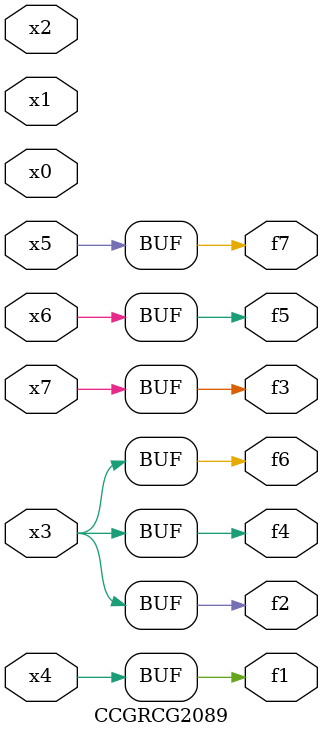
<source format=v>
module CCGRCG2089(
	input x0, x1, x2, x3, x4, x5, x6, x7,
	output f1, f2, f3, f4, f5, f6, f7
);
	assign f1 = x4;
	assign f2 = x3;
	assign f3 = x7;
	assign f4 = x3;
	assign f5 = x6;
	assign f6 = x3;
	assign f7 = x5;
endmodule

</source>
